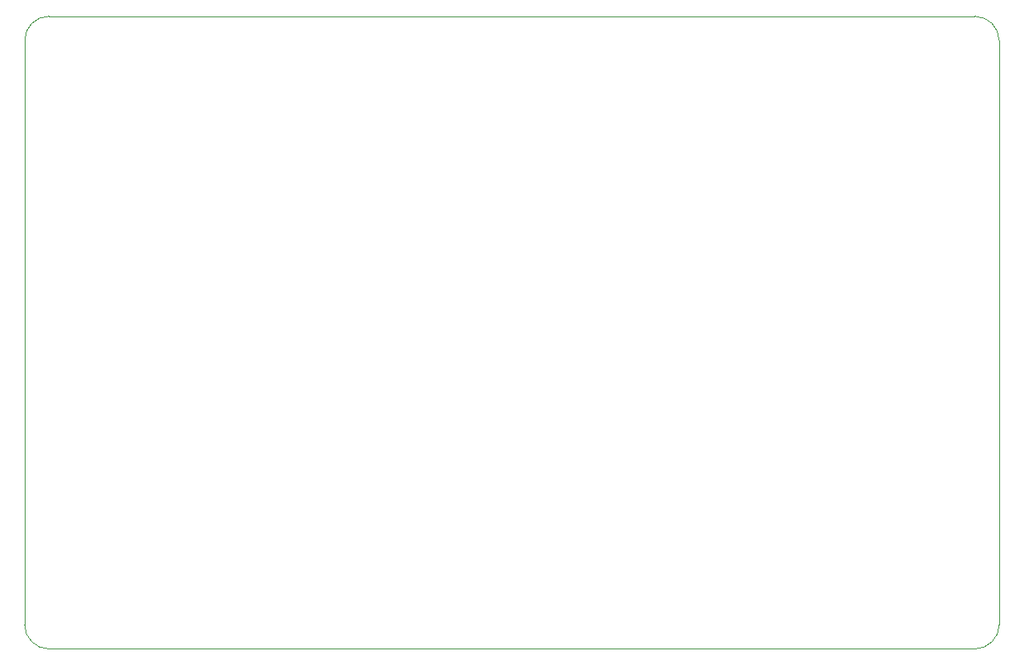
<source format=gbr>
%TF.GenerationSoftware,KiCad,Pcbnew,(5.99.0-11174-ge2a2c3282a)*%
%TF.CreationDate,2021-07-05T22:54:39+02:00*%
%TF.ProjectId,flatlight_rev20_LEDSIDE,666c6174-6c69-4676-9874-5f7265763230,rev?*%
%TF.SameCoordinates,Original*%
%TF.FileFunction,Profile,NP*%
%FSLAX46Y46*%
G04 Gerber Fmt 4.6, Leading zero omitted, Abs format (unit mm)*
G04 Created by KiCad (PCBNEW (5.99.0-11174-ge2a2c3282a)) date 2021-07-05 22:54:39*
%MOMM*%
%LPD*%
G01*
G04 APERTURE LIST*
%TA.AperFunction,Profile*%
%ADD10C,0.050000*%
%TD*%
G04 APERTURE END LIST*
D10*
X252250000Y-65050000D02*
X157250000Y-65050000D01*
X252250000Y-65050000D02*
G75*
G02*
X254750000Y-67550000I0J-2500000D01*
G01*
X254750000Y-127550000D02*
G75*
G02*
X252250000Y-130050000I-2500000J0D01*
G01*
X254750000Y-127550000D02*
X254750000Y-67550000D01*
X154750000Y-67550000D02*
G75*
G02*
X157250000Y-65050000I2500000J0D01*
G01*
X157250000Y-130050000D02*
X252250000Y-130050000D01*
X154750000Y-67550000D02*
X154750000Y-127550000D01*
X157250000Y-130050000D02*
G75*
G02*
X154750000Y-127550000I0J2500000D01*
G01*
M02*

</source>
